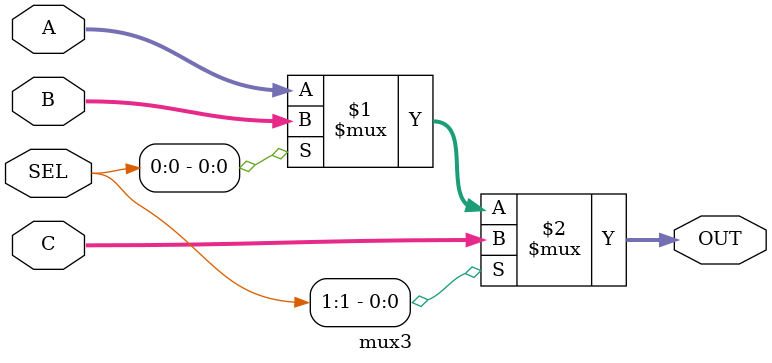
<source format=v>
`timescale 1ns/1ps

module mux3(A,B,C,SEL,OUT);
input [31:0] A,B,C;
input [1:0] SEL;
output [31:0] OUT;
assign OUT = SEL[1]?C:(SEL[0]?B:A);
endmodule


</source>
